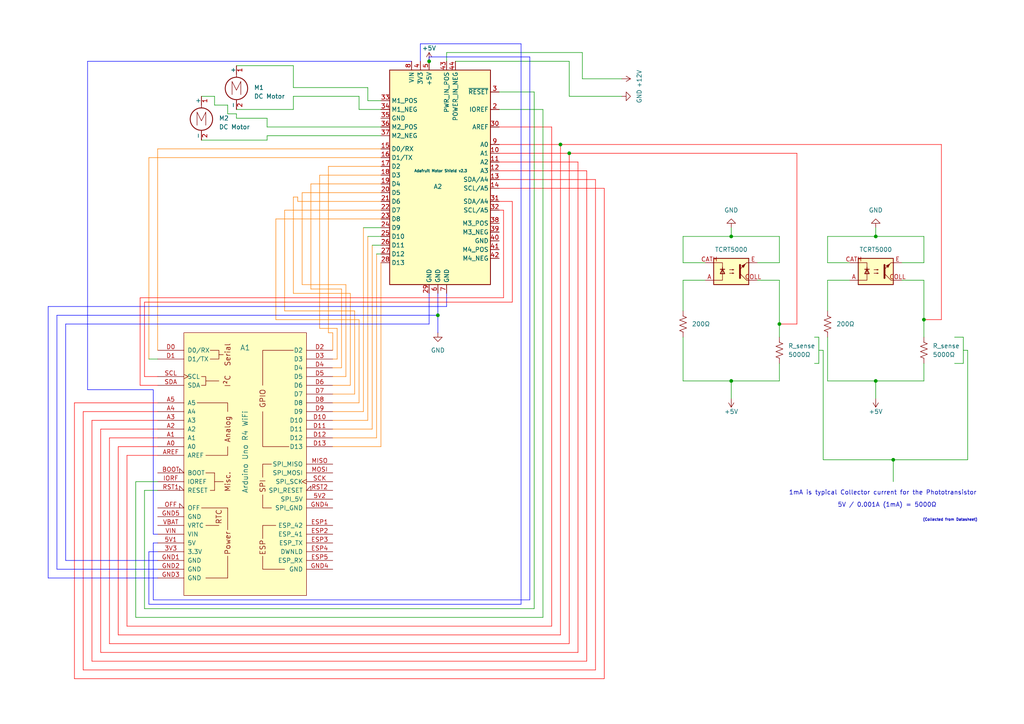
<source format=kicad_sch>
(kicad_sch (version 20250114) (generator "eeschema") (generator_version "9.0")
  (paper "A4")
  (title_block (title "DC Motor Control Schematic") (date "2025-10-10"))
  (lib_symbols
    (symbol "Device:R_US" (pin_numbers (hide yes)) (pin_names (offset 0))
      (property "Reference" "R" (at 2.54 0 90))
      (property "Value" "R_US" (at -2.54 0 90))
      (symbol "R_US_0_1"
        (polyline (pts (xy 0 2.286) (xy 0 2.54)))
        (polyline (pts (xy 0 2.286) (xy 1.016 1.905) (xy 0 1.524) (xy -1.016 1.143) (xy 0 0.762)))
        (polyline (pts (xy 0 0.762) (xy 1.016 0.381) (xy 0 0) (xy -1.016 -0.381) (xy 0 -0.762)))
        (polyline (pts (xy 0 -0.762) (xy 1.016 -1.143) (xy 0 -1.524) (xy -1.016 -1.905) (xy 0 -2.286)))
        (polyline (pts (xy 0 -2.286) (xy 0 -2.54)))
      )
      (symbol "R_US_1_1"
        (pin passive line (at 0 3.81 270) (length 1.27) (name "~") (number "1"))
        (pin passive line (at 0 -3.81 90) (length 1.27) (name "~") (number "2"))
      )
    )
    (symbol "Motor:Motor_DC" (pin_names (offset 0))
      (property "Reference" "M" (at 2.54 2.54 0))
      (property "Value" "Motor_DC" (at 2.54 -5.08 0))
      (symbol "Motor_DC_0_0"
        (polyline (pts (xy -1.27 -3.302) (xy -1.27 0.508) (xy 0 -2.032) (xy 1.27 0.508) (xy 1.27 -3.302)))
      )
      (symbol "Motor_DC_0_1"
        (polyline (pts (xy 0 2.032) (xy 0 2.54)))
        (polyline (pts (xy 0 1.7272) (xy 0 2.0828)))
        (circle (center 0 -1.524) (radius 3.2512) (stroke (width 0.254)))
        (polyline (pts (xy 0 -4.7752) (xy 0 -5.1816)))
        (polyline (pts (xy 0 -7.62) (xy 0 -7.112)))
      )
      (symbol "Motor_DC_1_1"
        (pin passive line (at 0 5.08 270) (length 2.54) (name "+") (number "1"))
        (pin passive line (at 0 -7.62 90) (length 2.54) (name "-") (number "2"))
      )
    )
    (symbol "arduino-library:Adafruit_MotorShield_v2.3"
      (property "Reference" "A" (at -10.16 23.495 0))
      (property "Value" "Adafruit_MotorShield_v2.3" (at -8.382 39.116 0))
      (symbol "Adafruit_MotorShield_v2.3_0_1"
        (rectangle (start -10.16 22.86) (end 19.05 -39.37) (stroke (width 0.254)) (fill (type background)))
      )
      (symbol "Adafruit_MotorShield_v2.3_1_1"
        (pin output line (at -12.7 13.97 0) (length 2.54) (name "M1_POS") (number "33"))
        (pin input line (at -12.7 11.43 0) (length 2.54) (name "M1_NEG") (number "34"))
        (pin power_out line (at -12.7 8.89 0) (length 2.54) (name "GND") (number "35"))
        (pin output line (at -12.7 6.35 0) (length 2.54) (name "M2_POS") (number "36"))
        (pin input line (at -12.7 3.81 0) (length 2.54) (name "M2_NEG") (number "37"))
        (pin bidirectional line (at -12.7 0 0) (length 2.54) (name "D0/RX") (number "15"))
        (pin bidirectional line (at -12.7 -2.54 0) (length 2.54) (name "D1/TX") (number "16"))
        (pin bidirectional line (at -12.7 -5.08 0) (length 2.54) (name "D2") (number "17"))
        (pin bidirectional line (at -12.7 -7.62 0) (length 2.54) (name "D3") (number "18"))
        (pin bidirectional line (at -12.7 -10.16 0) (length 2.54) (name "D4") (number "19"))
        (pin bidirectional line (at -12.7 -12.7 0) (length 2.54) (name "D5") (number "20"))
        (pin bidirectional line (at -12.7 -15.24 0) (length 2.54) (name "D6") (number "21"))
        (pin bidirectional line (at -12.7 -17.78 0) (length 2.54) (name "D7") (number "22"))
        (pin bidirectional line (at -12.7 -20.32 0) (length 2.54) (name "D8") (number "23"))
        (pin bidirectional line (at -12.7 -22.86 0) (length 2.54) (name "D9") (number "24"))
        (pin bidirectional line (at -12.7 -25.4 0) (length 2.54) (name "D10") (number "25"))
        (pin bidirectional line (at -12.7 -27.94 0) (length 2.54) (name "D11") (number "26"))
        (pin bidirectional line (at -12.7 -30.48 0) (length 2.54) (name "D12") (number "27"))
        (pin bidirectional line (at -12.7 -33.02 0) (length 2.54) (name "D13") (number "28"))
        (pin no_connect line (at -10.16 -20.32 0) (length 2.54) (hide yes) (name "NC") (number "1"))
        (pin power_in line (at -3.81 25.4 270) (length 2.54) (name "VIN") (number "8"))
        (pin power_out line (at -1.27 25.4 270) (length 2.54) (name "3V3") (number "4"))
        (pin power_out line (at 1.27 25.4 270) (length 2.54) (name "+5V") (number "5"))
        (pin power_in line (at 1.27 -41.91 90) (length 2.54) (name "GND") (number "29"))
        (pin power_in line (at 3.81 -41.91 90) (length 2.54) (name "GND") (number "6"))
        (pin power_in line (at 6.35 25.4 270) (length 2.54) (name "PWR_IN_POS") (number "43"))
        (pin power_in line (at 6.35 -41.91 90) (length 2.54) (name "GND") (number "7"))
        (pin power_in line (at 8.89 25.4 270) (length 2.54) (name "POWER_IN_NEG") (number "44"))
        (pin input line (at 21.59 16.51 180) (length 2.54) (name "~{RESET}") (number "3"))
        (pin output line (at 21.59 11.43 180) (length 2.54) (name "IOREF") (number "2"))
        (pin input line (at 21.59 6.35 180) (length 2.54) (name "AREF") (number "30"))
        (pin bidirectional line (at 21.59 1.27 180) (length 2.54) (name "A0") (number "9"))
        (pin bidirectional line (at 21.59 -1.27 180) (length 2.54) (name "A1") (number "10"))
        (pin bidirectional line (at 21.59 -3.81 180) (length 2.54) (name "A2") (number "11"))
        (pin bidirectional line (at 21.59 -6.35 180) (length 2.54) (name "A3") (number "12"))
        (pin bidirectional line (at 21.59 -8.89 180) (length 2.54) (name "SDA/A4") (number "13"))
        (pin bidirectional line (at 21.59 -11.43 180) (length 2.54) (name "SCL/A5") (number "14"))
        (pin bidirectional line (at 21.59 -15.24 180) (length 2.54) (name "SDA/A4") (number "31"))
        (pin bidirectional line (at 21.59 -17.78 180) (length 2.54) (name "SCL/A5") (number "32"))
        (pin output line (at 21.59 -21.59 180) (length 2.54) (name "M3_POS") (number "38"))
        (pin input line (at 21.59 -24.13 180) (length 2.54) (name "M3_NEG") (number "39"))
        (pin power_out line (at 21.59 -26.67 180) (length 2.54) (name "GND") (number "40"))
        (pin output line (at 21.59 -29.21 180) (length 2.54) (name "M4_POS") (number "41"))
        (pin input line (at 21.59 -31.75 180) (length 2.54) (name "M4_NEG") (number "42"))
      )
    )
    (symbol "arduino-library:Arduino_Uno_R4_WiFi_Shield" (pin_names (offset 1.016))
      (property "Reference" "A" (at 0 43.18 0))
      (property "Value" "Arduino_Uno_R4_WiFi_Shield" (at 0 40.64 0))
      (symbol "Arduino_Uno_R4_WiFi_Shield_0_0"
        (rectangle (start -17.78 38.1) (end 17.78 -38.1) (fill (type background)))
        (polyline (pts (xy -12.7 25.4) (xy -11.43 25.4) (xy -11.43 22.86) (xy -12.7 22.86)))
        (rectangle (start -12.7 -12.7) (end -5.08 -12.7))
        (polyline (pts (xy -11.43 24.13) (xy -7.62 24.13)))
        (rectangle (start -11.43 -33.02) (end -5.08 -33.02))
        (polyline (pts (xy -10.16 33.02) (xy -7.62 33.02) (xy -7.62 30.48) (xy -10.16 30.48)))
        (rectangle (start -10.16 -7.62) (end -8.89 -7.62))
        (rectangle (start -8.89 -2.54) (end -11.43 -2.54))
        (rectangle (start -8.89 -5.08) (end -6.35 -5.08))
        (rectangle (start -8.89 -7.62) (end -8.89 -2.54))
        (polyline (pts (xy -7.62 31.75) (xy -6.35 31.75)))
        (polyline (pts (xy -5.08 15.24) (xy -5.08 17.78) (xy -13.97 17.78)))
        (polyline (pts (xy -5.08 5.08) (xy -5.08 2.54) (xy -11.43 2.54)))
        (polyline (pts (xy -5.08 -12.7) (xy -5.08 -19.05)))
        (polyline (pts (xy -5.08 -26.67) (xy -5.08 -33.02)))
        (polyline (pts (xy 5.08 22.86) (xy 5.08 33.02) (xy 13.97 33.02)))
        (polyline (pts (xy 5.08 15.24) (xy 5.08 5.08) (xy 12.7 5.08)))
        (rectangle (start 5.08 -3.81) (end 5.08 0))
        (rectangle (start 5.08 -12.7) (end 5.08 -8.89))
        (rectangle (start 5.08 -12.7) (end 7.62 -12.7))
        (rectangle (start 5.08 -17.78) (end 8.89 -17.78))
        (rectangle (start 5.08 -21.59) (end 5.08 -17.78))
        (rectangle (start 5.08 -30.48) (end 5.08 -26.67))
        (rectangle (start 5.08 -30.48) (end 11.43 -30.48))
        (rectangle (start 7.62 0) (end 5.08 0))
        (text "RTC" (at -7.62 -15.24 900) (effects (font (size 1.524 1.524))))
        (text "Serial" (at -5.08 31.75 900) (effects (font (size 1.524 1.524))))
        (text "I²C" (at -5.08 24.13 900) (effects (font (size 1.524 1.524))))
        (text "Analog" (at -5.08 10.16 900) (effects (font (size 1.524 1.524))))
        (text "Misc." (at -5.08 -5.08 900) (effects (font (size 1.524 1.524))))
        (text "Power" (at -5.08 -22.86 900) (effects (font (size 1.524 1.524))))
        (text "SPI" (at 5.08 -6.35 900) (effects (font (size 1.524 1.524))))
        (text "ESP" (at 5.08 -24.13 900) (effects (font (size 1.524 1.524))))
      )
      (symbol "Arduino_Uno_R4_WiFi_Shield_0_1"
        (polyline (pts (xy -11.43 -17.78) (xy -7.62 -17.78)))
      )
      (symbol "Arduino_Uno_R4_WiFi_Shield_1_0"
        (text "GPIO" (at 5.08 19.05 900) (effects (font (size 1.524 1.524))))
      )
      (symbol "Arduino_Uno_R4_WiFi_Shield_1_1"
        (pin bidirectional line (at -25.4 33.02 0) (length 7.62) (name "D0/RX") (number "D0"))
        (pin bidirectional line (at -25.4 30.48 0) (length 7.62) (name "D1/TX") (number "D1"))
        (pin bidirectional clock (at -25.4 25.4 0) (length 7.62) (name "SCL") (number "SCL"))
        (pin bidirectional line (at -25.4 22.86 0) (length 7.62) (name "SDA") (number "SDA"))
        (pin bidirectional line (at -25.4 17.78 0) (length 7.62) (name "A5") (number "A5"))
        (pin bidirectional line (at -25.4 15.24 0) (length 7.62) (name "A4") (number "A4"))
        (pin bidirectional line (at -25.4 12.7 0) (length 7.62) (name "A3") (number "A3"))
        (pin bidirectional line (at -25.4 10.16 0) (length 7.62) (name "A2") (number "A2"))
        (pin bidirectional line (at -25.4 7.62 0) (length 7.62) (name "A1") (number "A1"))
        (pin bidirectional line (at -25.4 5.08 0) (length 7.62) (name "A0") (number "A0"))
        (pin input line (at -25.4 2.54 0) (length 7.62) (name "AREF") (number "AREF"))
        (pin input input_low (at -25.4 -2.54 0) (length 7.62) (name "BOOT") (number "BOOT"))
        (pin output line (at -25.4 -5.08 0) (length 7.62) (name "IOREF") (number "IORF"))
        (pin open_collector input_low (at -25.4 -7.62 0) (length 7.62) (name "RESET") (number "RST1"))
        (pin input input_low (at -25.4 -12.7 0) (length 7.62) (name "OFF") (number "OFF"))
        (pin power_in line (at -25.4 -15.24 0) (length 7.62) (name "GND") (number "GND5"))
        (pin power_in line (at -25.4 -17.78 0) (length 7.62) (name "VRTC") (number "VBAT"))
        (pin power_in line (at -25.4 -20.32 0) (length 7.62) (name "VIN") (number "VIN"))
        (pin power_in line (at -25.4 -22.86 0) (length 7.62) (name "5V") (number "5V1"))
        (pin power_out line (at -25.4 -25.4 0) (length 7.62) (name "3.3V") (number "3V3"))
        (pin power_in line (at -25.4 -27.94 0) (length 7.62) (name "GND") (number "GND1"))
        (pin power_in line (at -25.4 -30.48 0) (length 7.62) (name "GND") (number "GND2"))
        (pin power_in line (at -25.4 -33.02 0) (length 7.62) (name "GND") (number "GND3"))
        (pin bidirectional line (at 25.4 33.02 180) (length 7.62) (name "D2") (number "D2"))
        (pin bidirectional line (at 25.4 30.48 180) (length 7.62) (name "D3") (number "D3"))
        (pin bidirectional line (at 25.4 27.94 180) (length 7.62) (name "D4") (number "D4"))
        (pin bidirectional line (at 25.4 25.4 180) (length 7.62) (name "D5") (number "D5"))
        (pin bidirectional line (at 25.4 22.86 180) (length 7.62) (name "D6") (number "D6"))
        (pin bidirectional line (at 25.4 20.32 180) (length 7.62) (name "D7") (number "D7"))
        (pin bidirectional line (at 25.4 17.78 180) (length 7.62) (name "D8") (number "D8"))
        (pin bidirectional line (at 25.4 15.24 180) (length 7.62) (name "D9") (number "D9"))
        (pin bidirectional line (at 25.4 12.7 180) (length 7.62) (name "D10") (number "D10"))
        (pin bidirectional line (at 25.4 10.16 180) (length 7.62) (name "D11") (number "D11"))
        (pin bidirectional line (at 25.4 7.62 180) (length 7.62) (name "D12") (number "D12"))
        (pin bidirectional line (at 25.4 5.08 180) (length 7.62) (name "D13") (number "D13"))
        (pin input line (at 25.4 0 180) (length 7.62) (name "SPI_MISO") (number "MISO"))
        (pin output line (at 25.4 -2.54 180) (length 7.62) (name "SPI_MOSI") (number "MOSI"))
        (pin output clock (at 25.4 -5.08 180) (length 7.62) (name "SPI_SCK") (number "SCK"))
        (pin open_collector input_low (at 25.4 -7.62 180) (length 7.62) (name "SPI_RESET") (number "RST2"))
        (pin power_in line (at 25.4 -10.16 180) (length 7.62) (name "SPI_5V") (number "5V2"))
        (pin power_in line (at 25.4 -12.7 180) (length 7.62) (name "SPI_GND") (number "GND4"))
        (pin bidirectional line (at 25.4 -17.78 180) (length 7.62) (name "ESP_42") (number "ESP1"))
        (pin bidirectional line (at 25.4 -20.32 180) (length 7.62) (name "ESP_41") (number "ESP2"))
        (pin bidirectional line (at 25.4 -22.86 180) (length 7.62) (name "ESP_TX") (number "ESP3"))
        (pin bidirectional line (at 25.4 -25.4 180) (length 7.62) (name "DWNLD") (number "ESP4"))
        (pin bidirectional line (at 25.4 -27.94 180) (length 7.62) (name "ESP_RX") (number "ESP5"))
        (pin power_in line (at 25.4 -30.48 180) (length 7.62) (name "GND") (number "GND4"))
      )
    )
    (symbol "power:+12V" (power) (pin_numbers (hide yes)) (pin_names (offset 0) (hide yes))
      (property "Value" "+12V" (at 0 3.556 0))
      (symbol "+12V_0_1"
        (polyline (pts (xy -0.762 1.27) (xy 0 2.54)))
        (polyline (pts (xy 0 2.54) (xy 0.762 1.27)))
        (polyline (pts (xy 0 0) (xy 0 2.54)))
      )
      (symbol "+12V_1_1"
        (pin power_in line (at 0 0 90) (length 0) (name "~") (number "1"))
      )
    )
    (symbol "power:+5V" (power) (pin_numbers (hide yes)) (pin_names (offset 0) (hide yes))
      (property "Value" "+5V" (at 0 3.556 0))
      (symbol "+5V_0_1"
        (polyline (pts (xy -0.762 1.27) (xy 0 2.54)))
        (polyline (pts (xy 0 2.54) (xy 0.762 1.27)))
        (polyline (pts (xy 0 0) (xy 0 2.54)))
      )
      (symbol "+5V_1_1"
        (pin power_in line (at 0 0 90) (length 0) (name "~") (number "1"))
      )
    )
    (symbol "power:GND" (power) (pin_numbers (hide yes)) (pin_names (offset 0) (hide yes))
      (property "Value" "GND" (at 0 -3.81 0))
      (symbol "GND_0_1"
        (polyline (pts (xy 0 0) (xy 0 -1.27) (xy 1.27 -1.27) (xy 0 -2.54) (xy -1.27 -1.27) (xy 0 -1.27)))
      )
      (symbol "GND_1_1"
        (pin power_in line (at 0 0 270) (length 0) (name "~") (number "1"))
      )
    )
    (symbol "tcrt5000:TCRT5000"
      (property "Reference" "U" (at 0 5.08 0))
      (property "Value" "TCRT5000" (at 0 -5.08 0))
      (symbol "TCRT5000_0_1"
        (rectangle (start -5.08 3.81) (end 5.08 -3.81) (stroke (width 0.254)) (fill (type background)))
        (polyline (pts (xy -5.08 2.54) (xy -2.54 2.54) (xy -2.54 -1.27) (xy -2.54 0.635)))
        (polyline (pts (xy -3.175 -0.635) (xy -1.905 -0.635)) (stroke (width 0.254)))
        (polyline (pts (xy -2.54 -0.635) (xy -2.54 -2.54) (xy -5.08 -2.54)))
        (polyline (pts (xy -2.54 -0.635) (xy -3.175 0.635) (xy -1.905 0.635) (xy -2.54 -0.635)) (stroke (width 0.254)))
        (polyline (pts (xy -0.508 0.508) (xy 0.762 0.508) (xy 0.381 0.381) (xy 0.381 0.635) (xy 0.762 0.508)))
        (polyline (pts (xy -0.508 -0.508) (xy 0.762 -0.508) (xy 0.381 -0.635) (xy 0.381 -0.381) (xy 0.762 -0.508)))
        (polyline (pts (xy 2.54 1.905) (xy 2.54 -1.905) (xy 2.54 -1.905)) (stroke (width 0.508)))
        (polyline (pts (xy 2.54 0.635) (xy 4.445 2.54)))
        (polyline (pts (xy 3.048 -1.651) (xy 3.556 -1.143) (xy 4.064 -2.159) (xy 3.048 -1.651) (xy 3.048 -1.651)) (fill (type outline)))
        (polyline (pts (xy 4.445 2.54) (xy 5.08 2.54)))
        (polyline (pts (xy 4.445 -2.54) (xy 2.54 -0.635)) (fill (type outline)))
        (polyline (pts (xy 4.445 -2.54) (xy 5.08 -2.54)))
      )
      (symbol "TCRT5000_1_1"
        (pin passive line (at -7.62 2.54 0) (length 2.54) (name "~") (number "A"))
        (pin passive line (at -7.62 -2.54 0) (length 2.54) (name "~") (number "CATH"))
        (pin passive line (at 7.62 2.54 180) (length 2.54) (name "~") (number "COLL"))
        (pin passive line (at 7.62 -2.54 180) (length 2.54) (name "~") (number "E"))
      )
    )
  )
  (text "(Collected from Datasheet)" (at 275.59 150.876 0) (effects (font (size 0.762 0.762))))
  (text "1mA is typical Collector current for the Phototransistor" (at 256.032 143.002 0) (effects (font (size 1.27 1.27))))
  (text "5V / 0.001A (1mA) = 5000Ω" (at 257.302 146.558 0) (effects (font (size 1.27 1.27))))
  (junction (at 267.97 92.71))
  (junction (at 127 91.44))
  (junction (at 212.09 68.58))
  (junction (at 226.06 93.98))
  (junction (at 162.56 41.91))
  (junction (at 259.08 133.35))
  (junction (at 254 68.58))
  (junction (at 165.1 44.45))
  (junction (at 254 110.49))
  (junction (at 212.09 110.49))
  (junction (at 124.46 17.78))
  (wire (pts (xy 96.52 129.54) (xy 110.49 129.54)) (stroke (width 0) (color 255 127 0 1)))
  (wire (pts (xy 106.68 29.21) (xy 106.68 25.4)))
  (wire (pts (xy 110.49 63.5) (xy 80.01 63.5)) (stroke (width 0) (color 255 127 0 1)))
  (wire (pts (xy 160.02 181.61) (xy 160.02 36.83)) (stroke (width 0) (color 255 0 0 1)))
  (wire (pts (xy 157.48 179.07) (xy 157.48 31.75)))
  (wire (pts (xy 151.13 175.26) (xy 151.13 12.7)) (stroke (width 0) (color 0 0 255 1)))
  (wire (pts (xy 26.67 191.77) (xy 170.18 191.77)) (stroke (width 0) (color 255 0 0 1)))
  (wire (pts (xy 44.45 173.99) (xy 153.67 173.99)) (stroke (width 0) (color 0 0 255 1)))
  (wire (pts (xy 45.72 142.24) (xy 41.91 142.24)))
  (wire (pts (xy 31.75 127) (xy 31.75 186.69)) (stroke (width 0) (color 255 0 0 1)))
  (wire (pts (xy 254 110.49) (xy 267.97 110.49)))
  (wire (pts (xy 77.47 36.83) (xy 110.49 36.83)))
  (wire (pts (xy 45.72 160.02) (xy 43.18 160.02)) (stroke (width 0) (color 0 0 255 1)))
  (wire (pts (xy 198.12 76.2) (xy 198.12 68.58)))
  (wire (pts (xy 254 110.49) (xy 254 115.57)))
  (wire (pts (xy 85.09 19.05) (xy 68.58 19.05)))
  (wire (pts (xy 267.97 81.28) (xy 267.97 92.71)))
  (wire (pts (xy 219.71 81.28) (xy 226.06 81.28)))
  (wire (pts (xy 87.63 55.88) (xy 87.63 82.55)) (stroke (width 0) (color 255 127 0 1)))
  (wire (pts (xy 25.4 113.03) (xy 44.45 113.03)) (stroke (width 0) (color 0 0 255 1)))
  (wire (pts (xy 127 91.44) (xy 127 96.52)) (stroke (width 0) (color 0 0 255 1)))
  (wire (pts (xy 104.14 31.75) (xy 104.14 27.94)))
  (wire (pts (xy 99.06 83.82) (xy 99.06 106.68)) (stroke (width 0) (color 255 127 0 1)))
  (wire (pts (xy 267.97 92.71) (xy 267.97 97.79)))
  (wire (pts (xy 204.47 76.2) (xy 198.12 76.2)))
  (wire (pts (xy 85.09 27.94) (xy 85.09 31.75)))
  (wire (pts (xy 165.1 27.94) (xy 180.34 27.94)))
  (wire (pts (xy 273.05 41.91) (xy 273.05 92.71)) (stroke (width 0) (color 255 0 0 1)))
  (wire (pts (xy 170.18 191.77) (xy 170.18 49.53)) (stroke (width 0) (color 255 0 0 1)))
  (wire (pts (xy 77.47 39.37) (xy 77.47 40.64)))
  (wire (pts (xy 45.72 139.7) (xy 39.37 139.7)))
  (wire (pts (xy 41.91 87.63) (xy 148.59 87.63)) (stroke (width 0) (color 255 0 0 1)))
  (wire (pts (xy 165.1 44.45) (xy 144.78 44.45)) (stroke (width 0) (color 255 0 0 1)))
  (wire (pts (xy 24.13 194.31) (xy 172.72 194.31)) (stroke (width 0) (color 255 0 0 1)))
  (wire (pts (xy 39.37 179.07) (xy 157.48 179.07)))
  (wire (pts (xy 19.05 93.98) (xy 124.46 93.98)) (stroke (width 0) (color 0 0 255 1)))
  (wire (pts (xy 110.49 53.34) (xy 90.17 53.34)) (stroke (width 0) (color 255 127 0 1)))
  (wire (pts (xy 21.59 116.84) (xy 21.59 196.85)) (stroke (width 0) (color 255 0 0 1)))
  (wire (pts (xy 110.49 29.21) (xy 106.68 29.21)))
  (wire (pts (xy 254 68.58) (xy 267.97 68.58)))
  (wire (pts (xy 175.26 54.61) (xy 144.78 54.61)) (stroke (width 0) (color 255 0 0 1)))
  (wire (pts (xy 236.22 105.41) (xy 237.49 105.41)))
  (wire (pts (xy 13.97 167.64) (xy 45.72 167.64)) (stroke (width 0) (color 0 0 255 1)))
  (wire (pts (xy 82.55 60.96) (xy 82.55 90.17)) (stroke (width 0) (color 255 127 0 1)))
  (wire (pts (xy 77.47 36.83) (xy 77.47 34.29)))
  (wire (pts (xy 86.36 57.15) (xy 85.09 57.15)) (stroke (width 0) (color 255 127 0 1)))
  (wire (pts (xy 105.41 119.38) (xy 96.52 119.38)) (stroke (width 0) (color 255 127 0 1)))
  (wire (pts (xy 279.4 97.79) (xy 279.4 105.41)))
  (wire (pts (xy 13.97 88.9) (xy 129.54 88.9)) (stroke (width 0) (color 0 0 255 1)))
  (wire (pts (xy 43.18 160.02) (xy 43.18 175.26)) (stroke (width 0) (color 0 0 255 1)))
  (wire (pts (xy 86.36 57.15) (xy 86.36 58.42)) (stroke (width 0) (color 255 127 0 1)))
  (wire (pts (xy 68.58 31.75) (xy 85.09 31.75)))
  (wire (pts (xy 24.13 119.38) (xy 24.13 194.31)) (stroke (width 0) (color 255 0 0 1)))
  (wire (pts (xy 45.72 127) (xy 31.75 127)) (stroke (width 0) (color 255 0 0 1)))
  (wire (pts (xy 44.45 113.03) (xy 44.45 154.94)) (stroke (width 0) (color 0 0 255 1)))
  (wire (pts (xy 132.08 17.78) (xy 165.1 17.78)))
  (wire (pts (xy 41.91 109.22) (xy 41.91 87.63)) (stroke (width 0) (color 255 0 0 1)))
  (wire (pts (xy 107.95 71.12) (xy 107.95 124.46)) (stroke (width 0) (color 255 127 0 1)))
  (wire (pts (xy 16.51 91.44) (xy 127 91.44)) (stroke (width 0) (color 0 0 255 1)))
  (wire (pts (xy 124.46 16.51) (xy 124.46 17.78)) (stroke (width 0) (color 0 0 255 1)))
  (wire (pts (xy 13.97 167.64) (xy 13.97 88.9)) (stroke (width 0) (color 0 0 255 1)))
  (wire (pts (xy 45.72 104.14) (xy 43.18 104.14)))
  (wire (pts (xy 273.05 92.71) (xy 267.97 92.71)) (stroke (width 0) (color 255 0 0 1)))
  (wire (pts (xy 97.79 95.25) (xy 97.79 104.14)) (stroke (width 0) (color 255 127 0 1)))
  (wire (pts (xy 105.41 66.04) (xy 105.41 119.38)) (stroke (width 0) (color 255 127 0 1)))
  (wire (pts (xy 165.1 17.78) (xy 165.1 27.94)))
  (wire (pts (xy 45.72 132.08) (xy 36.83 132.08)) (stroke (width 0) (color 255 0 0 1)))
  (wire (pts (xy 25.4 17.78) (xy 25.4 113.03)) (stroke (width 0) (color 0 0 255 1)))
  (wire (pts (xy 129.54 17.78) (xy 129.54 15.24)))
  (wire (pts (xy 237.49 97.79) (xy 237.49 105.41)))
  (wire (pts (xy 39.37 139.7) (xy 39.37 179.07)))
  (wire (pts (xy 45.72 165.1) (xy 16.51 165.1)) (stroke (width 0) (color 0 0 255 1)))
  (wire (pts (xy 167.64 189.23) (xy 167.64 46.99)) (stroke (width 0) (color 255 0 0 1)))
  (wire (pts (xy 154.94 176.53) (xy 154.94 26.67)))
  (wire (pts (xy 82.55 90.17) (xy 102.87 90.17)) (stroke (width 0) (color 255 127 0 1)))
  (wire (pts (xy 154.94 26.67) (xy 144.78 26.67)))
  (wire (pts (xy 101.6 85.09) (xy 85.09 85.09)) (stroke (width 0) (color 255 127 0 1)))
  (wire (pts (xy 237.49 101.6) (xy 238.76 101.6)))
  (wire (pts (xy 110.49 68.58) (xy 106.68 68.58)))
  (wire (pts (xy 41.91 142.24) (xy 41.91 176.53)))
  (wire (pts (xy 43.18 45.72) (xy 110.49 45.72)) (stroke (width 0) (color 255 127 0 1)))
  (wire (pts (xy 148.59 87.63) (xy 148.59 58.42)) (stroke (width 0) (color 255 0 0 1)))
  (wire (pts (xy 267.97 76.2) (xy 267.97 68.58)))
  (wire (pts (xy 77.47 34.29) (xy 68.58 34.29)))
  (wire (pts (xy 162.56 41.91) (xy 273.05 41.91)) (stroke (width 0) (color 255 0 0 1)))
  (wire (pts (xy 77.47 39.37) (xy 110.49 39.37)))
  (wire (pts (xy 45.72 124.46) (xy 29.21 124.46)) (stroke (width 0) (color 255 0 0 1)))
  (wire (pts (xy 102.87 114.3) (xy 96.52 114.3)) (stroke (width 0) (color 255 127 0 1)))
  (wire (pts (xy 68.58 34.29) (xy 68.58 33.02)))
  (wire (pts (xy 110.49 60.96) (xy 82.55 60.96)) (stroke (width 0) (color 255 127 0 1)))
  (wire (pts (xy 212.09 68.58) (xy 226.06 68.58)))
  (wire (pts (xy 40.64 111.76) (xy 40.64 86.36)) (stroke (width 0) (color 255 0 0 1)))
  (wire (pts (xy 129.54 88.9) (xy 129.54 85.09)) (stroke (width 0) (color 0 0 255 1)))
  (wire (pts (xy 165.1 186.69) (xy 165.1 44.45)) (stroke (width 0) (color 255 0 0 1)))
  (wire (pts (xy 90.17 83.82) (xy 99.06 83.82)) (stroke (width 0) (color 255 127 0 1)))
  (wire (pts (xy 106.68 121.92) (xy 96.52 121.92)) (stroke (width 0) (color 255 127 0 1)))
  (wire (pts (xy 226.06 81.28) (xy 226.06 93.98)))
  (wire (pts (xy 167.64 46.99) (xy 144.78 46.99)) (stroke (width 0) (color 255 0 0 1)))
  (wire (pts (xy 240.03 76.2) (xy 240.03 68.58)))
  (wire (pts (xy 68.58 33.02) (xy 66.04 33.02)))
  (wire (pts (xy 254 66.04) (xy 254 68.58)))
  (wire (pts (xy 162.56 41.91) (xy 144.78 41.91)) (stroke (width 0) (color 255 0 0 1)))
  (wire (pts (xy 16.51 165.1) (xy 16.51 91.44)) (stroke (width 0) (color 0 0 255 1)))
  (wire (pts (xy 124.46 93.98) (xy 124.46 85.09)) (stroke (width 0) (color 0 0 255 1)))
  (wire (pts (xy 31.75 186.69) (xy 165.1 186.69)) (stroke (width 0) (color 255 0 0 1)))
  (wire (pts (xy 204.47 81.28) (xy 198.12 81.28)))
  (wire (pts (xy 226.06 76.2) (xy 226.06 68.58)))
  (wire (pts (xy 36.83 132.08) (xy 36.83 181.61)) (stroke (width 0) (color 255 0 0 1)))
  (wire (pts (xy 226.06 105.41) (xy 226.06 110.49)))
  (wire (pts (xy 110.49 73.66) (xy 109.22 73.66)))
  (wire (pts (xy 146.05 60.96) (xy 144.78 60.96)) (stroke (width 0) (color 255 0 0 1)))
  (wire (pts (xy 95.25 96.52) (xy 96.52 96.52)) (stroke (width 0) (color 255 127 0 1)))
  (wire (pts (xy 240.03 81.28) (xy 240.03 90.17)))
  (wire (pts (xy 198.12 68.58) (xy 212.09 68.58)))
  (wire (pts (xy 109.22 73.66) (xy 109.22 127)) (stroke (width 0) (color 255 127 0 1)))
  (wire (pts (xy 226.06 93.98) (xy 226.06 97.79)))
  (wire (pts (xy 34.29 184.15) (xy 162.56 184.15)) (stroke (width 0) (color 255 0 0 1)))
  (wire (pts (xy 96.52 111.76) (xy 101.6 111.76)) (stroke (width 0) (color 255 127 0 1)))
  (wire (pts (xy 231.14 44.45) (xy 231.14 93.98)) (stroke (width 0) (color 255 0 0 1)))
  (wire (pts (xy 276.86 105.41) (xy 279.4 105.41)))
  (wire (pts (xy 102.87 90.17) (xy 102.87 114.3)) (stroke (width 0) (color 255 127 0 1)))
  (wire (pts (xy 45.72 119.38) (xy 24.13 119.38)) (stroke (width 0) (color 255 0 0 1)))
  (wire (pts (xy 34.29 129.54) (xy 34.29 184.15)) (stroke (width 0) (color 255 0 0 1)))
  (wire (pts (xy 66.04 30.48) (xy 62.23 30.48)))
  (wire (pts (xy 121.92 12.7) (xy 121.92 17.78)) (stroke (width 0) (color 0 0 255 1)))
  (wire (pts (xy 80.01 92.71) (xy 104.14 92.71)) (stroke (width 0) (color 255 127 0 1)))
  (wire (pts (xy 219.71 76.2) (xy 226.06 76.2)))
  (wire (pts (xy 119.38 17.78) (xy 25.4 17.78)) (stroke (width 0) (color 0 0 255 1)))
  (wire (pts (xy 212.09 66.04) (xy 212.09 68.58)))
  (wire (pts (xy 168.91 22.86) (xy 180.34 22.86)))
  (wire (pts (xy 127 91.44) (xy 127 85.09)) (stroke (width 0) (color 0 0 255 1)))
  (wire (pts (xy 276.86 97.79) (xy 279.4 97.79)))
  (wire (pts (xy 124.46 16.51) (xy 153.67 16.51)) (stroke (width 0) (color 0 0 255 1)))
  (wire (pts (xy 110.49 48.26) (xy 95.25 48.26)) (stroke (width 0) (color 255 127 0 1)))
  (wire (pts (xy 107.95 124.46) (xy 96.52 124.46)) (stroke (width 0) (color 255 127 0 1)))
  (wire (pts (xy 45.72 121.92) (xy 26.67 121.92)) (stroke (width 0) (color 255 0 0 1)))
  (wire (pts (xy 41.91 109.22) (xy 45.72 109.22)) (stroke (width 0) (color 255 0 0 1)))
  (wire (pts (xy 44.45 157.48) (xy 44.45 173.99)) (stroke (width 0) (color 0 0 255 1)))
  (wire (pts (xy 45.72 43.18) (xy 110.49 43.18)) (stroke (width 0) (color 255 127 0 1)))
  (wire (pts (xy 80.01 63.5) (xy 80.01 92.71)) (stroke (width 0) (color 255 127 0 1)))
  (wire (pts (xy 261.62 81.28) (xy 267.97 81.28)))
  (wire (pts (xy 85.09 57.15) (xy 85.09 85.09)) (stroke (width 0) (color 255 127 0 1)))
  (wire (pts (xy 279.4 101.6) (xy 280.67 101.6)))
  (wire (pts (xy 45.72 157.48) (xy 44.45 157.48)) (stroke (width 0) (color 0 0 255 1)))
  (wire (pts (xy 92.71 50.8) (xy 92.71 95.25)) (stroke (width 0) (color 255 127 0 1)))
  (wire (pts (xy 198.12 110.49) (xy 212.09 110.49)))
  (wire (pts (xy 104.14 116.84) (xy 96.52 116.84)) (stroke (width 0) (color 255 127 0 1)))
  (wire (pts (xy 100.33 109.22) (xy 96.52 109.22)) (stroke (width 0) (color 255 127 0 1)))
  (wire (pts (xy 66.04 33.02) (xy 66.04 30.48)))
  (wire (pts (xy 110.49 55.88) (xy 87.63 55.88)) (stroke (width 0) (color 255 127 0 1)))
  (wire (pts (xy 148.59 58.42) (xy 144.78 58.42)) (stroke (width 0) (color 255 0 0 1)))
  (wire (pts (xy 129.54 15.24) (xy 168.91 15.24)))
  (wire (pts (xy 29.21 189.23) (xy 167.64 189.23)) (stroke (width 0) (color 255 0 0 1)))
  (wire (pts (xy 109.22 127) (xy 96.52 127)) (stroke (width 0) (color 255 127 0 1)))
  (wire (pts (xy 45.72 116.84) (xy 21.59 116.84)) (stroke (width 0) (color 255 0 0 1)))
  (wire (pts (xy 45.72 101.6) (xy 45.72 43.18)) (stroke (width 0) (color 255 127 0 1)))
  (wire (pts (xy 110.49 50.8) (xy 92.71 50.8)) (stroke (width 0) (color 255 127 0 1)))
  (wire (pts (xy 21.59 196.85) (xy 175.26 196.85)) (stroke (width 0) (color 255 0 0 1)))
  (wire (pts (xy 95.25 48.26) (xy 95.25 96.52)) (stroke (width 0) (color 255 127 0 1)))
  (wire (pts (xy 43.18 104.14) (xy 43.18 45.72)) (stroke (width 0) (color 255 127 0 1)))
  (wire (pts (xy 90.17 53.34) (xy 90.17 83.82)) (stroke (width 0) (color 255 127 0 1)))
  (wire (pts (xy 240.03 110.49) (xy 254 110.49)))
  (wire (pts (xy 280.67 133.35) (xy 259.08 133.35)))
  (wire (pts (xy 261.62 76.2) (xy 267.97 76.2)))
  (wire (pts (xy 240.03 68.58) (xy 254 68.58)))
  (wire (pts (xy 259.08 133.35) (xy 259.08 139.7)))
  (wire (pts (xy 240.03 97.79) (xy 240.03 110.49)))
  (wire (pts (xy 45.72 111.76) (xy 40.64 111.76)) (stroke (width 0) (color 255 0 0 1)))
  (wire (pts (xy 62.23 27.94) (xy 58.42 27.94)))
  (wire (pts (xy 246.38 76.2) (xy 240.03 76.2)))
  (wire (pts (xy 172.72 52.07) (xy 144.78 52.07)) (stroke (width 0) (color 255 0 0 1)))
  (wire (pts (xy 168.91 15.24) (xy 168.91 22.86)))
  (wire (pts (xy 97.79 104.14) (xy 96.52 104.14)) (stroke (width 0) (color 255 127 0 1)))
  (wire (pts (xy 100.33 82.55) (xy 100.33 109.22)) (stroke (width 0) (color 255 127 0 1)))
  (wire (pts (xy 172.72 194.31) (xy 172.72 52.07)) (stroke (width 0) (color 255 0 0 1)))
  (wire (pts (xy 96.52 96.52) (xy 96.52 101.6)) (stroke (width 0) (color 255 127 0 1)))
  (wire (pts (xy 170.18 49.53) (xy 144.78 49.53)) (stroke (width 0) (color 255 0 0 1)))
  (wire (pts (xy 153.67 173.99) (xy 153.67 16.51)) (stroke (width 0) (color 0 0 255 1)))
  (wire (pts (xy 160.02 36.83) (xy 144.78 36.83)) (stroke (width 0) (color 255 0 0 1)))
  (wire (pts (xy 85.09 27.94) (xy 104.14 27.94)))
  (wire (pts (xy 175.26 196.85) (xy 175.26 54.61)) (stroke (width 0) (color 255 0 0 1)))
  (wire (pts (xy 110.49 76.2) (xy 110.49 129.54)) (stroke (width 0) (color 255 127 0 1)))
  (wire (pts (xy 36.83 181.61) (xy 160.02 181.61)) (stroke (width 0) (color 255 0 0 1)))
  (wire (pts (xy 212.09 110.49) (xy 212.09 115.57)))
  (wire (pts (xy 101.6 85.09) (xy 101.6 111.76)) (stroke (width 0) (color 255 127 0 1)))
  (wire (pts (xy 43.18 175.26) (xy 151.13 175.26)) (stroke (width 0) (color 0 0 255 1)))
  (wire (pts (xy 40.64 86.36) (xy 146.05 86.36)) (stroke (width 0) (color 255 0 0 1)))
  (wire (pts (xy 62.23 30.48) (xy 62.23 27.94)))
  (wire (pts (xy 198.12 97.79) (xy 198.12 110.49)))
  (wire (pts (xy 19.05 93.98) (xy 19.05 162.56)) (stroke (width 0) (color 0 0 255 1)))
  (wire (pts (xy 26.67 121.92) (xy 26.67 191.77)) (stroke (width 0) (color 255 0 0 1)))
  (wire (pts (xy 92.71 95.25) (xy 97.79 95.25)) (stroke (width 0) (color 255 127 0 1)))
  (wire (pts (xy 121.92 12.7) (xy 151.13 12.7)) (stroke (width 0) (color 0 0 255 1)))
  (wire (pts (xy 238.76 101.6) (xy 238.76 133.35)))
  (wire (pts (xy 280.67 101.6) (xy 280.67 133.35)))
  (wire (pts (xy 146.05 86.36) (xy 146.05 60.96)) (stroke (width 0) (color 255 0 0 1)))
  (wire (pts (xy 198.12 81.28) (xy 198.12 90.17)))
  (wire (pts (xy 85.09 25.4) (xy 85.09 19.05)))
  (wire (pts (xy 236.22 97.79) (xy 237.49 97.79)))
  (wire (pts (xy 157.48 31.75) (xy 144.78 31.75)))
  (wire (pts (xy 110.49 71.12) (xy 107.95 71.12)))
  (wire (pts (xy 267.97 105.41) (xy 267.97 110.49)))
  (wire (pts (xy 165.1 44.45) (xy 231.14 44.45)) (stroke (width 0) (color 255 0 0 1)))
  (wire (pts (xy 110.49 31.75) (xy 104.14 31.75)))
  (wire (pts (xy 29.21 124.46) (xy 29.21 189.23)) (stroke (width 0) (color 255 0 0 1)))
  (wire (pts (xy 162.56 184.15) (xy 162.56 41.91)) (stroke (width 0) (color 255 0 0 1)))
  (wire (pts (xy 44.45 154.94) (xy 45.72 154.94)) (stroke (width 0) (color 0 0 255 1)))
  (wire (pts (xy 246.38 81.28) (xy 240.03 81.28)))
  (wire (pts (xy 87.63 82.55) (xy 100.33 82.55)) (stroke (width 0) (color 255 127 0 1)))
  (wire (pts (xy 104.14 92.71) (xy 104.14 116.84)) (stroke (width 0) (color 255 127 0 1)))
  (wire (pts (xy 86.36 58.42) (xy 110.49 58.42)) (stroke (width 0) (color 255 127 0 1)))
  (wire (pts (xy 238.76 133.35) (xy 259.08 133.35)))
  (wire (pts (xy 226.06 93.98) (xy 231.14 93.98)) (stroke (width 0) (color 255 0 0 1)))
  (wire (pts (xy 45.72 129.54) (xy 34.29 129.54)) (stroke (width 0) (color 255 0 0 1)))
  (wire (pts (xy 85.09 25.4) (xy 106.68 25.4)))
  (wire (pts (xy 106.68 68.58) (xy 106.68 121.92)) (stroke (width 0) (color 255 127 0 1)))
  (wire (pts (xy 110.49 66.04) (xy 105.41 66.04)))
  (wire (pts (xy 77.47 40.64) (xy 58.42 40.64)))
  (wire (pts (xy 41.91 176.53) (xy 154.94 176.53)))
  (wire (pts (xy 96.52 106.68) (xy 99.06 106.68)) (stroke (width 0) (color 255 127 0 1)))
  (wire (pts (xy 212.09 110.49) (xy 226.06 110.49)))
  (wire (pts (xy 45.72 162.56) (xy 19.05 162.56)) (stroke (width 0) (color 0 0 255 1)))
  (symbol (lib_id "tcrt5000:TCRT5000") (at 212.09 78.74 0) (mirror x) (unit 1)
    (property "Reference" "U1" (effects (hide yes)))
    (property "Value" "TCRT5000" (at 212.09 72.39 0))
    (property "Footprint" "tcrt5000:tcrt5000" (effects (hide yes)))
    (property "Datasheet" "https://www.vishay.com/docs/83760/tcrt5000.pdf" (effects (hide yes)))
  )
  (symbol (lib_id "power:GND") (at 180.34 27.94 90) (unit 1)
    (property "Reference" "#PWR04" (effects (hide yes)))
    (property "Value" "GND" (at 185.42 27.94 0))
    (property "Description" "Power symbol creates a global label with name \"GND\" , ground" (effects (hide yes)))
  )
  (symbol (lib_id "Device:R_US") (at 198.12 93.98 0) (unit 1)
    (property "Reference" "R2" (effects (hide yes)))
    (property "Value" "200Ω" (at 200.66 93.9799 0) (effects (justify left)))
    (property "Description" "Resistor, US symbol" (effects (hide yes)))
  )
  (symbol (lib_id "arduino-library:Adafruit_MotorShield_v2.3") (at 123.19 43.18 0) (unit 1)
    (property "Reference" "A2" (at 125.73 54.102 0) (effects (justify left)))
    (property "Value" "Adafruit Motor Shield v2.3" (at 120.142 49.53 0) (effects (font (size 0.762 0.762)) (justify left)))
    (property "Footprint" "Module:Arduino_UNO_R3" (effects (hide yes)))
    (property "Datasheet" "https://www.arduino.cc/en/Main/arduinoBoardUno" (effects (hide yes)))
    (property "Description" "Arduino UNO Microcontroller Module, release 3" (effects (hide yes)))
  )
  (symbol (lib_id "power:GND") (at 127 96.52 0) (unit 1)
    (property "Reference" "#PWR02" (effects (hide yes)))
    (property "Value" "GND" (at 127 101.6 0))
    (property "Description" "Power symbol creates a global label with name \"GND\" , ground" (effects (hide yes)))
  )
  (symbol (lib_id "arduino-library:Arduino_Uno_R4_WiFi_Shield") (at 71.12 134.62 0) (unit 1)
    (property "Reference" "A1" (at 71.12 100.838 0) (effects (font (size 1.524 1.524))))
    (property "Value" "Arduino Uno R4 WiFi" (at 71.12 131.064 90) (effects (font (size 1.524 1.524))))
    (property "Footprint" "PCM_arduino-library:Arduino_Uno_R4_WiFi_Shield" (effects (hide yes)))
    (property "Datasheet" "https://docs.arduino.cc/hardware/uno-r4-wifi" (effects (hide yes)))
    (property "Description" "Shield for Arduino Uno R4 WiFi" (effects (hide yes)))
  )
  (symbol (lib_id "power:+12V") (at 180.34 22.86 270) (unit 1)
    (property "Reference" "#PWR03" (effects (hide yes)))
    (property "Value" "+12V" (at 185.42 22.86 0))
    (property "Description" "Power symbol creates a global label with name \"+12V\"" (effects (hide yes)))
  )
  (symbol (lib_id "power:+5V") (at 212.09 115.57 180) (unit 1)
    (property "Reference" "#PWR07" (effects (hide yes)))
    (property "Value" "+5V" (at 212.09 119.38 0))
    (property "Description" "Power symbol creates a global label with name \"+5V\"" (effects (hide yes)))
  )
  (symbol (lib_id "Device:R_US") (at 267.97 101.6 0) (unit 1)
    (property "Reference" "R_sense" (at 270.51 100.3299 0) (effects (justify left)))
    (property "Value" "5000Ω" (at 270.51 102.87 0) (effects (justify left)))
    (property "Description" "Resistor, US symbol" (effects (hide yes)))
  )
  (symbol (lib_id "Motor:Motor_DC") (at 58.42 33.02 0) (unit 1)
    (property "Reference" "M2" (at 63.5 34.2899 0) (effects (justify left)))
    (property "Value" "DC Motor" (at 63.5 36.8299 0) (effects (justify left)))
    (property "Description" "DC Motor" (effects (hide yes)))
  )
  (symbol (lib_id "Motor:Motor_DC") (at 68.58 24.13 0) (unit 1)
    (property "Reference" "M1" (at 73.66 25.3999 0) (effects (justify left)))
    (property "Value" "DC Motor" (at 73.66 27.9399 0) (effects (justify left)))
    (property "Description" "DC Motor" (effects (hide yes)))
  )
  (symbol (lib_id "Device:R_US") (at 240.03 93.98 0) (unit 1)
    (property "Reference" "R1" (effects (hide yes)))
    (property "Value" "200Ω" (at 242.57 93.9799 0) (effects (justify left)))
    (property "Description" "Resistor, US symbol" (effects (hide yes)))
  )
  (symbol (lib_id "Device:R_US") (at 226.06 101.6 0) (unit 1)
    (property "Reference" "R_sense" (at 228.6 100.3299 0) (effects (justify left)))
    (property "Value" "5000Ω" (at 228.6 102.87 0) (effects (justify left)))
    (property "Description" "Resistor, US symbol" (effects (hide yes)))
  )
  (symbol (lib_id "power:GND") (at 212.09 66.04 180) (unit 1)
    (property "Reference" "#PWR06" (effects (hide yes)))
    (property "Value" "GND" (at 212.09 60.96 0))
    (property "Description" "Power symbol creates a global label with name \"GND\" , ground" (effects (hide yes)))
  )
  (symbol (lib_id "tcrt5000:TCRT5000") (at 254 78.74 0) (mirror x) (unit 1)
    (property "Reference" "U2" (effects (hide yes)))
    (property "Value" "TCRT5000" (at 254 72.39 0))
    (property "Footprint" "tcrt5000:tcrt5000" (effects (hide yes)))
    (property "Datasheet" "https://www.vishay.com/docs/83760/tcrt5000.pdf" (effects (hide yes)))
  )
  (symbol (lib_id "power:GND") (at 254 66.04 180) (unit 1)
    (property "Reference" "#PWR01" (effects (hide yes)))
    (property "Value" "GND" (at 254 60.96 0))
    (property "Description" "Power symbol creates a global label with name \"GND\" , ground" (effects (hide yes)))
  )
  (symbol (lib_id "power:+5V") (at 254 115.57 180) (unit 1)
    (property "Reference" "#PWR08" (effects (hide yes)))
    (property "Value" "+5V" (at 254 119.38 0))
    (property "Description" "Power symbol creates a global label with name \"+5V\"" (effects (hide yes)))
  )
  (symbol (lib_id "power:+5V") (at 124.46 17.78 0) (unit 1)
    (property "Reference" "#PWR05" (effects (hide yes)))
    (property "Value" "+5V" (at 124.46 13.97 0))
    (property "Description" "Power symbol creates a global label with name \"+5V\"" (effects (hide yes)))
  )
)
</source>
